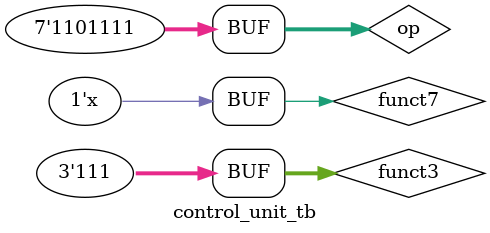
<source format=v>
module control_unit(
 input [6:0]op,
 input [2:0]funct3,
 input funct7,
 input Zero_flag,
 output PCsrc,
 output [1:0]ResultSrc,
 output MemWrite,
 output ALUsrc,
 output [1:0]ImmSrc,
 output RegWrite,
 output [2:0]ALU_control
 );
 wire Branch, Jump;
 wire [1:0]ALUop;

 main_dec dec1(.op(op),.branch(Branch),.ResultSrc(ResultSrc),.MemWrite(MemWrite),
 .ALUsrc(ALUsrc),.ImmSrc(ImmSrc),.RegWrite(RegWrite),.ALUop(ALUop),.Jump(Jump));

 AlU_dec dec2(.ALUop(ALUop),.funct3(funct3),
 .funct7(funct7),.op5(op[5]),.ALU_control(ALU_control));

 assign PCsrc = (Zero_flag & Branch)| Jump;
 
endmodule


module control_unit_tb();
 reg [6:0]op;
 reg[2:0]funct3;
 reg funct7;
 wire [1:0]ResultSrc;
 wire MemWrite;
 wire ALUSrc;
 wire [1:0]ImmSrc;
 wire RegWrite;
 wire [2:0]ALU_control;


 control_unit con1(.op(op), .funct3(funct3), .funct7(funct7), .ResultSrc(ResultSrc), .MemWrite(MemWrite),
 .ALUSrc(ALUSrc), .ImmSrc(ImmSrc), .RegWrite(RegWrite), .ALU_control(ALU_control));


 initial
  begin
    op = 7'b0000011;  //alu control =000
   #10 op = 7'b0100011;  ////alu control =000
   #10 op = 7'b0110011; funct3 = 3'b000; funct7 = 1'b0; //alu control =000
   #10 op = 7'b0110011; funct3 = 3'b000; funct7 = 1'b1;//alu control =001
   #10 op = 7'b0110011; funct3 = 3'b010; funct7 = 1'bx;//alu control =101
   #10 op = 7'b0110011; funct3 = 3'b110; funct7 = 1'bx;//alu control =011
   #10 op = 7'b0110011; funct3 = 3'b111; funct7 = 1'bx;//alu control =010
   #10 op = 7'b1100011;  //alu control =001
   #10 op = 7'b0010011; //alu control =xxx
   #10 op = 7'b1101111; //alu control =xxx
  end
endmodule

</source>
